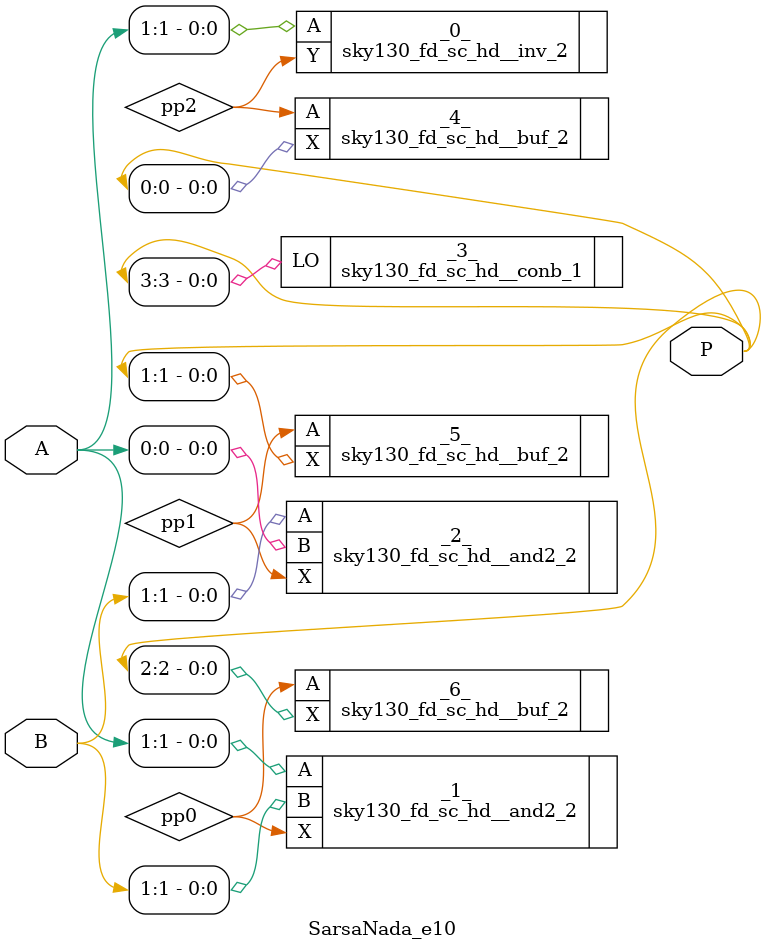
<source format=v>
module SarsaNada_e10 (A,
    B,
    P);
 input [1:0] A;
 input [1:0] B;
 output [3:0] P;

 wire pp0;
 wire pp1;
 wire pp2;

 sky130_fd_sc_hd__inv_2 _0_ (.A(A[1]),
    .Y(pp2));
 sky130_fd_sc_hd__and2_2 _1_ (.A(A[1]),
    .B(B[1]),
    .X(pp0));
 sky130_fd_sc_hd__and2_2 _2_ (.A(B[1]),
    .B(A[0]),
    .X(pp1));
 sky130_fd_sc_hd__conb_1 _3_ (.LO(P[3]));
 sky130_fd_sc_hd__buf_2 _4_ (.A(pp2),
    .X(P[0]));
 sky130_fd_sc_hd__buf_2 _5_ (.A(pp1),
    .X(P[1]));
 sky130_fd_sc_hd__buf_2 _6_ (.A(pp0),
    .X(P[2]));
 sky130_fd_sc_hd__decap_3 PHY_EDGE_ROW_0_Right_0 ();
 sky130_fd_sc_hd__decap_3 PHY_EDGE_ROW_1_Right_1 ();
 sky130_fd_sc_hd__decap_3 PHY_EDGE_ROW_2_Right_2 ();
 sky130_fd_sc_hd__decap_3 PHY_EDGE_ROW_3_Right_3 ();
 sky130_fd_sc_hd__decap_3 PHY_EDGE_ROW_4_Right_4 ();
 sky130_fd_sc_hd__decap_3 PHY_EDGE_ROW_5_Right_5 ();
 sky130_fd_sc_hd__decap_3 PHY_EDGE_ROW_6_Right_6 ();
 sky130_fd_sc_hd__decap_3 PHY_EDGE_ROW_7_Right_7 ();
 sky130_fd_sc_hd__decap_3 PHY_EDGE_ROW_8_Right_8 ();
 sky130_fd_sc_hd__decap_3 PHY_EDGE_ROW_9_Right_9 ();
 sky130_fd_sc_hd__decap_3 PHY_EDGE_ROW_0_Left_10 ();
 sky130_fd_sc_hd__decap_3 PHY_EDGE_ROW_1_Left_11 ();
 sky130_fd_sc_hd__decap_3 PHY_EDGE_ROW_2_Left_12 ();
 sky130_fd_sc_hd__decap_3 PHY_EDGE_ROW_3_Left_13 ();
 sky130_fd_sc_hd__decap_3 PHY_EDGE_ROW_4_Left_14 ();
 sky130_fd_sc_hd__decap_3 PHY_EDGE_ROW_5_Left_15 ();
 sky130_fd_sc_hd__decap_3 PHY_EDGE_ROW_6_Left_16 ();
 sky130_fd_sc_hd__decap_3 PHY_EDGE_ROW_7_Left_17 ();
 sky130_fd_sc_hd__decap_3 PHY_EDGE_ROW_8_Left_18 ();
 sky130_fd_sc_hd__decap_3 PHY_EDGE_ROW_9_Left_19 ();
 sky130_fd_sc_hd__tapvpwrvgnd_1 TAP_TAPCELL_ROW_0_20 ();
 sky130_fd_sc_hd__tapvpwrvgnd_1 TAP_TAPCELL_ROW_0_21 ();
 sky130_fd_sc_hd__tapvpwrvgnd_1 TAP_TAPCELL_ROW_1_22 ();
 sky130_fd_sc_hd__tapvpwrvgnd_1 TAP_TAPCELL_ROW_2_23 ();
 sky130_fd_sc_hd__tapvpwrvgnd_1 TAP_TAPCELL_ROW_3_24 ();
 sky130_fd_sc_hd__tapvpwrvgnd_1 TAP_TAPCELL_ROW_4_25 ();
 sky130_fd_sc_hd__tapvpwrvgnd_1 TAP_TAPCELL_ROW_5_26 ();
 sky130_fd_sc_hd__tapvpwrvgnd_1 TAP_TAPCELL_ROW_6_27 ();
 sky130_fd_sc_hd__tapvpwrvgnd_1 TAP_TAPCELL_ROW_7_28 ();
 sky130_fd_sc_hd__tapvpwrvgnd_1 TAP_TAPCELL_ROW_8_29 ();
 sky130_fd_sc_hd__tapvpwrvgnd_1 TAP_TAPCELL_ROW_9_30 ();
 sky130_fd_sc_hd__tapvpwrvgnd_1 TAP_TAPCELL_ROW_9_31 ();
endmodule

</source>
